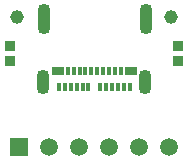
<source format=gbr>
%TF.GenerationSoftware,Altium Limited,Altium Designer,21.3.2 (30)*%
G04 Layer_Color=255*
%FSLAX44Y44*%
%MOMM*%
%TF.SameCoordinates,675AFF39-0D07-4396-8A84-043E8CC343DD*%
%TF.FilePolarity,Positive*%
%TF.FileFunction,Pads,Top*%
%TF.Part,Single*%
G01*
G75*
%TA.AperFunction,SMDPad,CuDef*%
%ADD10R,0.9500X0.8500*%
%TA.AperFunction,ConnectorPad*%
%ADD11R,0.3000X0.7000*%
%ADD12R,1.0000X0.7000*%
%TA.AperFunction,WasherPad*%
%ADD14C,1.1520*%
%TA.AperFunction,ComponentPad*%
%ADD15R,1.5000X1.5000*%
%ADD16C,1.5000*%
%ADD17O,1.1000X2.6000*%
%ADD18O,1.1000X2.1000*%
D10*
X71120Y-26820D02*
D03*
Y-13820D02*
D03*
X-71120Y-26820D02*
D03*
Y-13820D02*
D03*
D11*
X12700Y-35560D02*
D03*
X7700D02*
D03*
X-7300D02*
D03*
X-12300D02*
D03*
X-4800Y-48560D02*
D03*
X-29800D02*
D03*
X-24800D02*
D03*
X-19800D02*
D03*
X-14800D02*
D03*
X-9800D02*
D03*
X30200D02*
D03*
X5200D02*
D03*
X10200D02*
D03*
X15200D02*
D03*
X20200D02*
D03*
X25200D02*
D03*
X22700Y-35560D02*
D03*
X17700D02*
D03*
X2700D02*
D03*
X-2300D02*
D03*
X-17300D02*
D03*
X-22300D02*
D03*
D12*
X31200D02*
D03*
X-30800Y-35460D02*
D03*
D14*
X65000Y10000D02*
D03*
X-65000D02*
D03*
D15*
X-63500Y-100000D02*
D03*
D16*
X-38100D02*
D03*
X-12700D02*
D03*
X12700D02*
D03*
X38100D02*
D03*
X63500D02*
D03*
D17*
X43600Y9040D02*
D03*
X-42800D02*
D03*
D18*
X43400Y-44460D02*
D03*
X-43000D02*
D03*
%TF.MD5,ab34c6dae8b8b768507b25a5d89aed83*%
M02*

</source>
